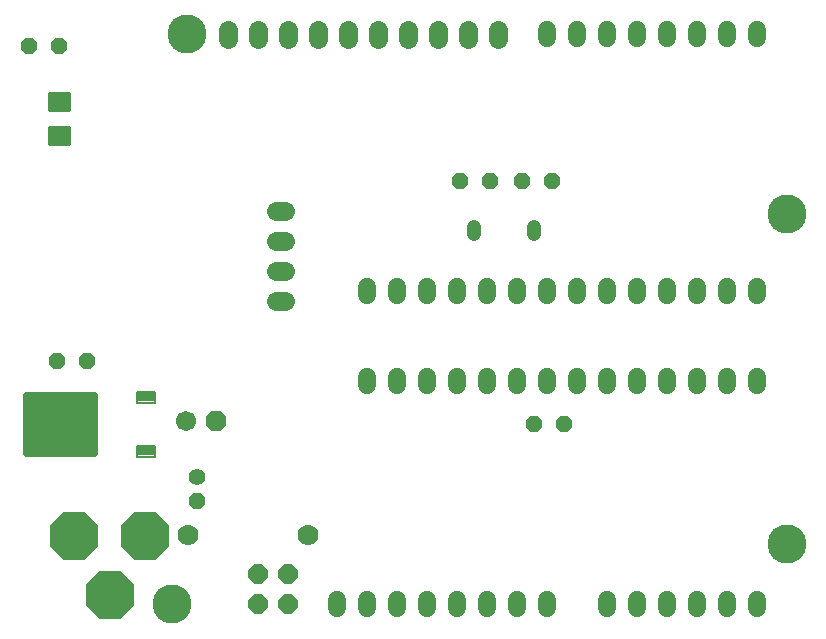
<source format=gts>
G04 EAGLE Gerber X2 export*
%TF.Part,Single*%
%TF.FileFunction,Other,Top Soldermask*%
%TF.FilePolarity,Positive*%
%TF.GenerationSoftware,Autodesk,EAGLE,9.1.0*%
%TF.CreationDate,2018-12-28T14:04:56Z*%
G75*
%MOMM*%
%FSLAX34Y34*%
%LPD*%
%AMOC8*
5,1,8,0,0,1.08239X$1,22.5*%
G01*
%ADD10C,3.301600*%
%ADD11C,1.524000*%
%ADD12P,4.439531X8X202.500000*%
%ADD13P,4.439531X8X112.500000*%
%ADD14C,2.051600*%
%ADD15C,1.219200*%
%ADD16P,1.539592X8X202.500000*%
%ADD17P,1.539592X8X22.500000*%
%ADD18C,0.255238*%
%ADD19P,1.842011X8X22.500000*%
%ADD20C,1.701800*%
%ADD21P,1.539592X8X292.500000*%
%ADD22C,1.422400*%
%ADD23C,1.778000*%
%ADD24C,1.625600*%
%ADD25P,1.759533X8X112.500000*%
%ADD26C,0.605175*%
%ADD27C,0.198000*%


D10*
X660400Y355600D03*
X660400Y76200D03*
X152400Y508000D03*
X139700Y25400D03*
D11*
X635000Y287274D02*
X635000Y294386D01*
X609600Y294386D02*
X609600Y287274D01*
X584200Y287274D02*
X584200Y294386D01*
X558800Y294386D02*
X558800Y287274D01*
X533400Y287274D02*
X533400Y294386D01*
X508000Y294386D02*
X508000Y287274D01*
X482600Y287274D02*
X482600Y294386D01*
X457200Y294386D02*
X457200Y287274D01*
X431800Y287274D02*
X431800Y294386D01*
X406400Y294386D02*
X406400Y287274D01*
X381000Y287274D02*
X381000Y294386D01*
X355600Y294386D02*
X355600Y287274D01*
X330200Y287274D02*
X330200Y294386D01*
X304800Y294386D02*
X304800Y287274D01*
X304800Y218186D02*
X304800Y211074D01*
X330200Y211074D02*
X330200Y218186D01*
X355600Y218186D02*
X355600Y211074D01*
X381000Y211074D02*
X381000Y218186D01*
X406400Y218186D02*
X406400Y211074D01*
X431800Y211074D02*
X431800Y218186D01*
X457200Y218186D02*
X457200Y211074D01*
X482600Y211074D02*
X482600Y218186D01*
X508000Y218186D02*
X508000Y211074D01*
X533400Y211074D02*
X533400Y218186D01*
X558800Y218186D02*
X558800Y211074D01*
X584200Y211074D02*
X584200Y218186D01*
X609600Y218186D02*
X609600Y211074D01*
X635000Y211074D02*
X635000Y218186D01*
X635000Y504444D02*
X635000Y511556D01*
X609600Y511556D02*
X609600Y504444D01*
X584200Y504444D02*
X584200Y511556D01*
X558800Y511556D02*
X558800Y504444D01*
X533400Y504444D02*
X533400Y511556D01*
X508000Y511556D02*
X508000Y504444D01*
X482600Y504444D02*
X482600Y511556D01*
X457200Y511556D02*
X457200Y504444D01*
X508000Y28956D02*
X508000Y21844D01*
X533400Y21844D02*
X533400Y28956D01*
X558800Y28956D02*
X558800Y21844D01*
X584200Y21844D02*
X584200Y28956D01*
X609600Y28956D02*
X609600Y21844D01*
X635000Y21844D02*
X635000Y28956D01*
D12*
X86868Y33020D03*
D13*
X116840Y83058D03*
X56896Y83058D03*
D14*
X94488Y33020D03*
X79248Y33020D03*
X56896Y75438D03*
X56896Y90678D03*
X116840Y75438D03*
X116840Y90678D03*
D11*
X279400Y28956D02*
X279400Y21844D01*
X304800Y21844D02*
X304800Y28956D01*
X330200Y28956D02*
X330200Y21844D01*
X355600Y21844D02*
X355600Y28956D01*
X381000Y28956D02*
X381000Y21844D01*
X406400Y21844D02*
X406400Y28956D01*
X431800Y28956D02*
X431800Y21844D01*
X457200Y21844D02*
X457200Y28956D01*
D15*
X445770Y338836D02*
X445770Y344424D01*
X394970Y344424D02*
X394970Y338836D01*
D16*
X408940Y383540D03*
X383540Y383540D03*
D17*
X436245Y383540D03*
X461645Y383540D03*
D18*
X35568Y415428D02*
X35568Y429892D01*
X52062Y429892D01*
X52062Y415428D01*
X35568Y415428D01*
X35568Y417852D02*
X52062Y417852D01*
X52062Y420276D02*
X35568Y420276D01*
X35568Y422700D02*
X52062Y422700D01*
X52062Y425124D02*
X35568Y425124D01*
X35568Y427548D02*
X52062Y427548D01*
X35568Y443868D02*
X35568Y458332D01*
X52062Y458332D01*
X52062Y443868D01*
X35568Y443868D01*
X35568Y446292D02*
X52062Y446292D01*
X52062Y448716D02*
X35568Y448716D01*
X35568Y451140D02*
X52062Y451140D01*
X52062Y453564D02*
X35568Y453564D01*
X35568Y455988D02*
X52062Y455988D01*
D16*
X43815Y497840D03*
X18415Y497840D03*
D17*
X41910Y231140D03*
X67310Y231140D03*
D19*
X176530Y180340D03*
D20*
X151130Y180340D03*
D21*
X160655Y113030D03*
D22*
X160655Y133350D03*
D17*
X445770Y177800D03*
X471170Y177800D03*
D23*
X153035Y83820D03*
X254635Y83820D03*
D24*
X187325Y504190D02*
X187325Y511810D01*
X212725Y511810D02*
X212725Y504190D01*
X238125Y504190D02*
X238125Y511810D01*
X263525Y511810D02*
X263525Y504190D01*
X288925Y504190D02*
X288925Y511810D01*
X314325Y511810D02*
X314325Y504190D01*
X339725Y504190D02*
X339725Y511810D01*
X365125Y511810D02*
X365125Y504190D01*
X390525Y504190D02*
X390525Y511810D01*
X415925Y511810D02*
X415925Y504190D01*
D25*
X238125Y25400D03*
X212725Y25400D03*
X238125Y50800D03*
X212725Y50800D03*
D26*
X73332Y153318D02*
X73332Y202282D01*
X73332Y153318D02*
X16368Y153318D01*
X16368Y202282D01*
X73332Y202282D01*
X73332Y159067D02*
X16368Y159067D01*
X16368Y164816D02*
X73332Y164816D01*
X73332Y170565D02*
X16368Y170565D01*
X16368Y176314D02*
X73332Y176314D01*
X73332Y182063D02*
X16368Y182063D01*
X16368Y187812D02*
X73332Y187812D01*
X73332Y193561D02*
X16368Y193561D01*
X16368Y199310D02*
X73332Y199310D01*
D27*
X125360Y159510D02*
X125360Y150490D01*
X110340Y150490D01*
X110340Y159510D01*
X125360Y159510D01*
X125360Y152371D02*
X110340Y152371D01*
X110340Y154252D02*
X125360Y154252D01*
X125360Y156133D02*
X110340Y156133D01*
X110340Y158014D02*
X125360Y158014D01*
X125360Y196090D02*
X125360Y205110D01*
X125360Y196090D02*
X110340Y196090D01*
X110340Y205110D01*
X125360Y205110D01*
X125360Y197971D02*
X110340Y197971D01*
X110340Y199852D02*
X125360Y199852D01*
X125360Y201733D02*
X110340Y201733D01*
X110340Y203614D02*
X125360Y203614D01*
D24*
X227965Y282575D02*
X235585Y282575D01*
X235585Y307975D02*
X227965Y307975D01*
X227965Y333375D02*
X235585Y333375D01*
X235585Y358775D02*
X227965Y358775D01*
M02*

</source>
